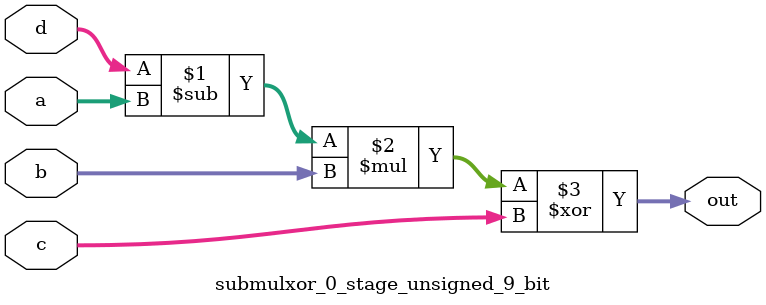
<source format=sv>
(* use_dsp = "yes" *) module submulxor_0_stage_unsigned_9_bit(
	input  [8:0] a,
	input  [8:0] b,
	input  [8:0] c,
	input  [8:0] d,
	output [8:0] out
	);

	assign out = ((d - a) * b) ^ c;
endmodule

</source>
